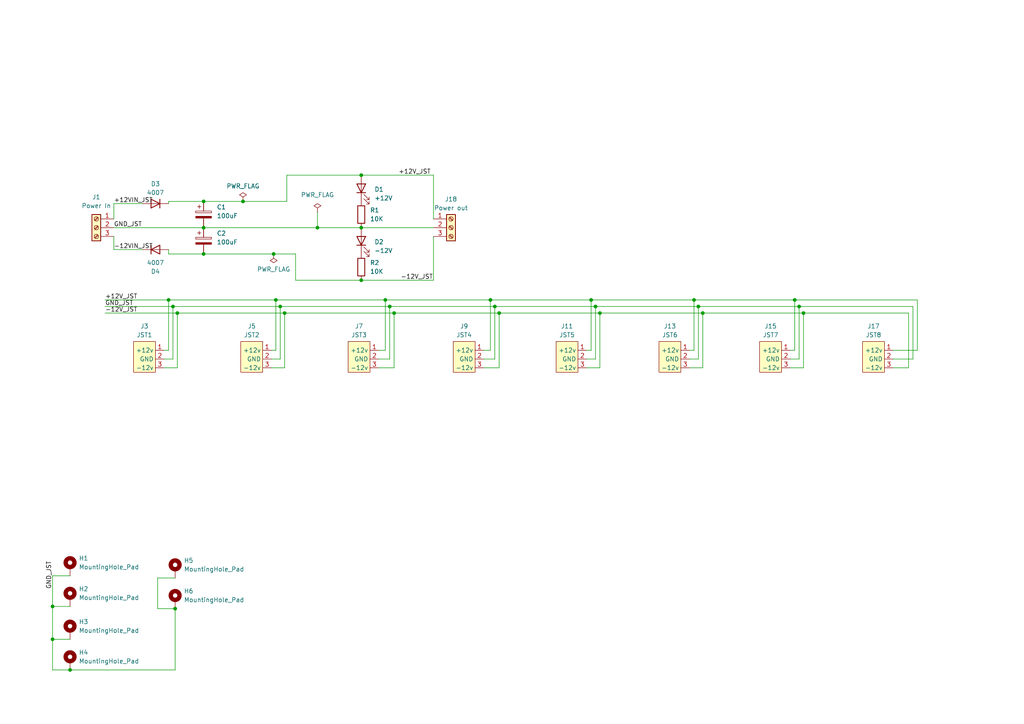
<source format=kicad_sch>
(kicad_sch (version 20230121) (generator eeschema)
  (paper "A4")
  (title_block (title "EuroBusboard8 - JST") (date "2024-01-02") (rev "0.1") (company "DIYSynthMNL"))
  (lib_symbols
    (symbol "Connector:Screw_Terminal_01x03" (pin_names (offset 1.016) hide)
      (property "Reference" "J" (at 0 5.08 0))
      (property "Value" "Screw_Terminal_01x03" (at 0 -5.08 0))
      (symbol "Screw_Terminal_01x03_1_1"
        (rectangle (start -1.27 3.81) (end 1.27 -3.81) (stroke (width 0.254)) (fill (type background)))
        (circle (center 0 -2.54) (radius 0.635) (stroke (width 0.1524)))
        (polyline (pts (xy -0.5334 -2.2098) (xy 0.3302 -3.048)) (stroke (width 0.1524)))
        (polyline (pts (xy -0.5334 0.3302) (xy 0.3302 -0.508)) (stroke (width 0.1524)))
        (polyline (pts (xy -0.5334 2.8702) (xy 0.3302 2.032)) (stroke (width 0.1524)))
        (polyline (pts (xy -0.3556 -2.032) (xy 0.508 -2.8702)) (stroke (width 0.1524)))
        (polyline (pts (xy -0.3556 0.508) (xy 0.508 -0.3302)) (stroke (width 0.1524)))
        (polyline (pts (xy -0.3556 3.048) (xy 0.508 2.2098)) (stroke (width 0.1524)))
        (circle (center 0 0) (radius 0.635) (stroke (width 0.1524)))
        (circle (center 0 2.54) (radius 0.635) (stroke (width 0.1524)))
        (pin passive line (at -5.08 2.54 0) (length 3.81) (name "Pin_1") (number "1"))
        (pin passive line (at -5.08 0 0) (length 3.81) (name "Pin_2") (number "2"))
        (pin passive line (at -5.08 -2.54 0) (length 3.81) (name "Pin_3") (number "3"))
      )
    )
    (symbol "DIYSynthMNL:JST_Eurorack_power_3P"
      (property "Reference" "J" (at -3.81 1.27 0))
      (property "Value" "EuroPower_JST_3P" (at -2.54 -10.16 0))
      (symbol "JST_Eurorack_power_3P_1_1"
        (rectangle (start -6.35 0) (end 0 -8.89) (fill (type background)))
        (pin power_in line (at 2.54 -2.54 180) (length 2.54) (name "+12v") (number "1"))
        (pin power_in line (at 2.54 -5.08 180) (length 2.54) (name "GND") (number "2"))
        (pin power_in line (at 2.54 -7.62 180) (length 2.54) (name "-12v") (number "3"))
      )
    )
    (symbol "Device:C_Polarized" (pin_numbers hide) (pin_names (offset 0.254))
      (property "Reference" "C" (at 0.635 2.54 0))
      (property "Value" "C_Polarized" (at 0.635 -2.54 0))
      (symbol "C_Polarized_0_1"
        (rectangle (start -2.286 0.508) (end 2.286 1.016))
        (polyline (pts (xy -1.778 2.286) (xy -0.762 2.286)))
        (polyline (pts (xy -1.27 2.794) (xy -1.27 1.778)))
        (rectangle (start 2.286 -0.508) (end -2.286 -1.016) (fill (type outline)))
      )
      (symbol "C_Polarized_1_1"
        (pin passive line (at 0 3.81 270) (length 2.794) (name "~") (number "1"))
        (pin passive line (at 0 -3.81 90) (length 2.794) (name "~") (number "2"))
      )
    )
    (symbol "Device:D" (pin_numbers hide) (pin_names (offset 1.016) hide)
      (property "Reference" "D" (at 0 2.54 0))
      (property "Value" "D" (at 0 -2.54 0))
      (symbol "D_0_1"
        (polyline (pts (xy -1.27 1.27) (xy -1.27 -1.27)) (stroke (width 0.254)))
        (polyline (pts (xy 1.27 0) (xy -1.27 0)))
        (polyline (pts (xy 1.27 1.27) (xy 1.27 -1.27) (xy -1.27 0) (xy 1.27 1.27)) (stroke (width 0.254)))
      )
      (symbol "D_1_1"
        (pin passive line (at -3.81 0 0) (length 2.54) (name "K") (number "1"))
        (pin passive line (at 3.81 0 180) (length 2.54) (name "A") (number "2"))
      )
    )
    (symbol "Device:LED" (pin_numbers hide) (pin_names (offset 1.016) hide)
      (property "Reference" "D" (at 0 2.54 0))
      (property "Value" "LED" (at 0 -2.54 0))
      (symbol "LED_0_1"
        (polyline (pts (xy -1.27 -1.27) (xy -1.27 1.27)) (stroke (width 0.254)))
        (polyline (pts (xy -1.27 0) (xy 1.27 0)))
        (polyline (pts (xy 1.27 -1.27) (xy 1.27 1.27) (xy -1.27 0) (xy 1.27 -1.27)) (stroke (width 0.254)))
        (polyline (pts (xy -3.048 -0.762) (xy -4.572 -2.286) (xy -3.81 -2.286) (xy -4.572 -2.286) (xy -4.572 -1.524)))
        (polyline (pts (xy -1.778 -0.762) (xy -3.302 -2.286) (xy -2.54 -2.286) (xy -3.302 -2.286) (xy -3.302 -1.524)))
      )
      (symbol "LED_1_1"
        (pin passive line (at -3.81 0 0) (length 2.54) (name "K") (number "1"))
        (pin passive line (at 3.81 0 180) (length 2.54) (name "A") (number "2"))
      )
    )
    (symbol "Device:R" (pin_numbers hide) (pin_names (offset 0))
      (property "Reference" "R" (at 2.032 0 90))
      (property "Value" "R" (at 0 0 90))
      (symbol "R_0_1"
        (rectangle (start -1.016 -2.54) (end 1.016 2.54) (stroke (width 0.254)))
      )
      (symbol "R_1_1"
        (pin passive line (at 0 3.81 270) (length 1.27) (name "~") (number "1"))
        (pin passive line (at 0 -3.81 90) (length 1.27) (name "~") (number "2"))
      )
    )
    (symbol "JST_Eurorack_power_3P_1"
      (property "Reference" "J" (at -3.81 1.27 0))
      (property "Value" "EuroPower_JST_3P" (at -2.54 -10.16 0))
      (symbol "JST_Eurorack_power_3P_1_1_1"
        (rectangle (start -6.35 0) (end 0 -8.89) (fill (type background)))
        (pin power_in line (at 2.54 -2.54 180) (length 2.54) (name "+12v") (number "1"))
        (pin power_in line (at 2.54 -5.08 180) (length 2.54) (name "GND") (number "2"))
        (pin power_in line (at 2.54 -7.62 180) (length 2.54) (name "-12v") (number "3"))
      )
    )
    (symbol "JST_Eurorack_power_3P_2"
      (property "Reference" "J" (at -3.81 1.27 0))
      (property "Value" "EuroPower_JST_3P" (at -2.54 -10.16 0))
      (symbol "JST_Eurorack_power_3P_2_1_1"
        (rectangle (start -6.35 0) (end 0 -8.89) (fill (type background)))
        (pin power_in line (at 2.54 -2.54 180) (length 2.54) (name "+12v") (number "1"))
        (pin power_in line (at 2.54 -5.08 180) (length 2.54) (name "GND") (number "2"))
        (pin power_in line (at 2.54 -7.62 180) (length 2.54) (name "-12v") (number "3"))
      )
    )
    (symbol "JST_Eurorack_power_3P_3"
      (property "Reference" "J" (at -3.81 1.27 0))
      (property "Value" "EuroPower_JST_3P" (at -2.54 -10.16 0))
      (symbol "JST_Eurorack_power_3P_3_1_1"
        (rectangle (start -6.35 0) (end 0 -8.89) (fill (type background)))
        (pin power_in line (at 2.54 -2.54 180) (length 2.54) (name "+12v") (number "1"))
        (pin power_in line (at 2.54 -5.08 180) (length 2.54) (name "GND") (number "2"))
        (pin power_in line (at 2.54 -7.62 180) (length 2.54) (name "-12v") (number "3"))
      )
    )
    (symbol "JST_Eurorack_power_3P_4"
      (property "Reference" "J" (at -3.81 1.27 0))
      (property "Value" "EuroPower_JST_3P" (at -2.54 -10.16 0))
      (symbol "JST_Eurorack_power_3P_4_1_1"
        (rectangle (start -6.35 0) (end 0 -8.89) (fill (type background)))
        (pin power_in line (at 2.54 -2.54 180) (length 2.54) (name "+12v") (number "1"))
        (pin power_in line (at 2.54 -5.08 180) (length 2.54) (name "GND") (number "2"))
        (pin power_in line (at 2.54 -7.62 180) (length 2.54) (name "-12v") (number "3"))
      )
    )
    (symbol "JST_Eurorack_power_3P_5"
      (property "Reference" "J" (at -3.81 1.27 0))
      (property "Value" "EuroPower_JST_3P" (at -2.54 -10.16 0))
      (symbol "JST_Eurorack_power_3P_5_1_1"
        (rectangle (start -6.35 0) (end 0 -8.89) (fill (type background)))
        (pin power_in line (at 2.54 -2.54 180) (length 2.54) (name "+12v") (number "1"))
        (pin power_in line (at 2.54 -5.08 180) (length 2.54) (name "GND") (number "2"))
        (pin power_in line (at 2.54 -7.62 180) (length 2.54) (name "-12v") (number "3"))
      )
    )
    (symbol "JST_Eurorack_power_3P_6"
      (property "Reference" "J" (at -3.81 1.27 0))
      (property "Value" "EuroPower_JST_3P" (at -2.54 -10.16 0))
      (symbol "JST_Eurorack_power_3P_6_1_1"
        (rectangle (start -6.35 0) (end 0 -8.89) (fill (type background)))
        (pin power_in line (at 2.54 -2.54 180) (length 2.54) (name "+12v") (number "1"))
        (pin power_in line (at 2.54 -5.08 180) (length 2.54) (name "GND") (number "2"))
        (pin power_in line (at 2.54 -7.62 180) (length 2.54) (name "-12v") (number "3"))
      )
    )
    (symbol "JST_Eurorack_power_3P_7"
      (property "Reference" "J" (at -3.81 1.27 0))
      (property "Value" "EuroPower_JST_3P" (at -2.54 -10.16 0))
      (symbol "JST_Eurorack_power_3P_7_1_1"
        (rectangle (start -6.35 0) (end 0 -8.89) (fill (type background)))
        (pin power_in line (at 2.54 -2.54 180) (length 2.54) (name "+12v") (number "1"))
        (pin power_in line (at 2.54 -5.08 180) (length 2.54) (name "GND") (number "2"))
        (pin power_in line (at 2.54 -7.62 180) (length 2.54) (name "-12v") (number "3"))
      )
    )
    (symbol "Mechanical:MountingHole_Pad" (pin_numbers hide) (pin_names (offset 1.016) hide)
      (property "Reference" "H" (at 0 6.35 0))
      (property "Value" "MountingHole_Pad" (at 0 4.445 0))
      (symbol "MountingHole_Pad_0_1"
        (circle (center 0 1.27) (radius 1.27) (stroke (width 1.27)))
      )
      (symbol "MountingHole_Pad_1_1"
        (pin input line (at 0 -2.54 90) (length 2.54) (name "1") (number "1"))
      )
    )
    (symbol "power:PWR_FLAG" (power) (pin_numbers hide) (pin_names (offset 0) hide)
      (property "Value" "PWR_FLAG" (at 0 3.81 0))
      (symbol "PWR_FLAG_0_0"
        (pin power_out line (at 0 0 90) (length 0) (name "pwr") (number "1"))
      )
      (symbol "PWR_FLAG_0_1"
        (polyline (pts (xy 0 0) (xy 0 1.27) (xy -1.016 1.905) (xy 0 2.54) (xy 1.016 1.905) (xy 0 1.27)))
      )
    )
  )
  (junction (at 104.775 50.8))
  (junction (at 104.775 66.04))
  (junction (at 230.505 86.995))
  (junction (at 15.24 175.895))
  (junction (at 171.45 86.995))
  (junction (at 15.24 185.42))
  (junction (at 59.055 73.66))
  (junction (at 111.76 86.995))
  (junction (at 70.485 58.42))
  (junction (at 92.075 66.04))
  (junction (at 104.775 81.28))
  (junction (at 50.8 176.53))
  (junction (at 80.01 86.995))
  (junction (at 143.51 88.9))
  (junction (at 20.32 194.31))
  (junction (at 172.72 88.9))
  (junction (at 51.435 90.805))
  (junction (at 233.045 90.805))
  (junction (at 48.895 86.995))
  (junction (at 203.835 90.805))
  (junction (at 59.055 66.04))
  (junction (at 82.55 90.805))
  (junction (at 50.165 88.9))
  (junction (at 59.055 58.42))
  (junction (at 114.3 90.805))
  (junction (at 144.78 90.805))
  (junction (at 79.375 73.66))
  (junction (at 113.03 88.9))
  (junction (at 202.565 88.9))
  (junction (at 173.99 90.805))
  (junction (at 231.775 88.9))
  (junction (at 142.24 86.995))
  (junction (at 81.28 88.9))
  (junction (at 201.295 86.995))
  (wire (pts (xy 15.24 194.31) (xy 20.32 194.31)))
  (wire (pts (xy 202.565 88.9) (xy 231.775 88.9)))
  (wire (pts (xy 50.165 104.14) (xy 50.165 88.9)))
  (wire (pts (xy 172.72 88.9) (xy 202.565 88.9)))
  (wire (pts (xy 229.235 106.68) (xy 233.045 106.68)))
  (wire (pts (xy 111.76 101.6) (xy 111.76 86.995)))
  (wire (pts (xy 125.73 50.8) (xy 125.73 63.5)))
  (wire (pts (xy 30.48 86.995) (xy 48.895 86.995)))
  (wire (pts (xy 172.72 104.14) (xy 172.72 88.9)))
  (wire (pts (xy 80.01 101.6) (xy 80.01 86.995)))
  (wire (pts (xy 78.74 106.68) (xy 82.55 106.68)))
  (wire (pts (xy 171.45 86.995) (xy 201.295 86.995)))
  (wire (pts (xy 230.505 86.995) (xy 266.065 86.995)))
  (wire (pts (xy 203.835 106.68) (xy 203.835 90.805)))
  (wire (pts (xy 51.435 90.805) (xy 82.55 90.805)))
  (wire (pts (xy 45.72 176.53) (xy 50.8 176.53)))
  (wire (pts (xy 140.335 106.68) (xy 144.78 106.68)))
  (wire (pts (xy 81.28 88.9) (xy 113.03 88.9)))
  (wire (pts (xy 50.8 167.64) (xy 45.72 167.64)))
  (wire (pts (xy 140.335 101.6) (xy 142.24 101.6)))
  (wire (pts (xy 125.73 81.28) (xy 104.775 81.28)))
  (wire (pts (xy 114.3 106.68) (xy 114.3 90.805)))
  (wire (pts (xy 113.03 104.14) (xy 113.03 88.9)))
  (wire (pts (xy 50.8 194.31) (xy 20.32 194.31)))
  (wire (pts (xy 264.795 104.14) (xy 264.795 88.9)))
  (wire (pts (xy 48.895 73.66) (xy 59.055 73.66)))
  (wire (pts (xy 30.48 90.805) (xy 51.435 90.805)))
  (wire (pts (xy 79.375 73.66) (xy 85.725 73.66)))
  (wire (pts (xy 200.025 101.6) (xy 201.295 101.6)))
  (wire (pts (xy 203.835 90.805) (xy 233.045 90.805)))
  (wire (pts (xy 201.295 101.6) (xy 201.295 86.995)))
  (wire (pts (xy 233.045 106.68) (xy 233.045 90.805)))
  (wire (pts (xy 111.76 86.995) (xy 142.24 86.995)))
  (wire (pts (xy 47.625 101.6) (xy 48.895 101.6)))
  (wire (pts (xy 109.855 106.68) (xy 114.3 106.68)))
  (wire (pts (xy 259.08 104.14) (xy 264.795 104.14)))
  (wire (pts (xy 142.24 101.6) (xy 142.24 86.995)))
  (wire (pts (xy 50.165 88.9) (xy 81.28 88.9)))
  (wire (pts (xy 33.02 72.39) (xy 41.275 72.39)))
  (wire (pts (xy 15.24 175.895) (xy 20.32 175.895)))
  (wire (pts (xy 114.3 90.805) (xy 144.78 90.805)))
  (wire (pts (xy 48.895 86.995) (xy 80.01 86.995)))
  (wire (pts (xy 229.235 101.6) (xy 230.505 101.6)))
  (wire (pts (xy 109.855 101.6) (xy 111.76 101.6)))
  (wire (pts (xy 15.24 185.42) (xy 15.24 194.31)))
  (wire (pts (xy 45.72 167.64) (xy 45.72 176.53)))
  (wire (pts (xy 83.185 58.42) (xy 83.185 50.8)))
  (wire (pts (xy 70.485 58.42) (xy 83.185 58.42)))
  (wire (pts (xy 59.055 58.42) (xy 70.485 58.42)))
  (wire (pts (xy 33.02 59.055) (xy 33.02 63.5)))
  (wire (pts (xy 80.01 86.995) (xy 111.76 86.995)))
  (wire (pts (xy 33.02 68.58) (xy 33.02 72.39)))
  (wire (pts (xy 47.625 106.68) (xy 51.435 106.68)))
  (wire (pts (xy 231.775 104.14) (xy 231.775 88.9)))
  (wire (pts (xy 266.065 101.6) (xy 259.08 101.6)))
  (wire (pts (xy 230.505 101.6) (xy 230.505 86.995)))
  (wire (pts (xy 170.18 101.6) (xy 171.45 101.6)))
  (wire (pts (xy 48.895 58.42) (xy 59.055 58.42)))
  (wire (pts (xy 113.03 88.9) (xy 143.51 88.9)))
  (wire (pts (xy 50.8 176.53) (xy 50.8 194.31)))
  (wire (pts (xy 263.525 90.805) (xy 263.525 106.68)))
  (wire (pts (xy 202.565 104.14) (xy 202.565 88.9)))
  (wire (pts (xy 15.24 175.895) (xy 15.24 185.42)))
  (wire (pts (xy 144.78 106.68) (xy 144.78 90.805)))
  (wire (pts (xy 144.78 90.805) (xy 173.99 90.805)))
  (wire (pts (xy 171.45 101.6) (xy 171.45 86.995)))
  (wire (pts (xy 41.275 59.055) (xy 33.02 59.055)))
  (wire (pts (xy 48.895 59.055) (xy 48.895 58.42)))
  (wire (pts (xy 231.775 88.9) (xy 264.795 88.9)))
  (wire (pts (xy 85.725 73.66) (xy 85.725 81.28)))
  (wire (pts (xy 263.525 106.68) (xy 259.08 106.68)))
  (wire (pts (xy 104.775 66.04) (xy 125.73 66.04)))
  (wire (pts (xy 140.335 104.14) (xy 143.51 104.14)))
  (wire (pts (xy 33.02 66.04) (xy 59.055 66.04)))
  (wire (pts (xy 109.855 104.14) (xy 113.03 104.14)))
  (wire (pts (xy 48.895 72.39) (xy 48.895 73.66)))
  (wire (pts (xy 266.065 86.995) (xy 266.065 101.6)))
  (wire (pts (xy 173.99 90.805) (xy 203.835 90.805)))
  (wire (pts (xy 200.025 104.14) (xy 202.565 104.14)))
  (wire (pts (xy 78.74 101.6) (xy 80.01 101.6)))
  (wire (pts (xy 104.775 50.8) (xy 125.73 50.8)))
  (wire (pts (xy 81.28 104.14) (xy 81.28 88.9)))
  (wire (pts (xy 15.24 185.42) (xy 20.32 185.42)))
  (wire (pts (xy 201.295 86.995) (xy 230.505 86.995)))
  (wire (pts (xy 82.55 106.68) (xy 82.55 90.805)))
  (wire (pts (xy 143.51 104.14) (xy 143.51 88.9)))
  (wire (pts (xy 59.055 73.66) (xy 79.375 73.66)))
  (wire (pts (xy 143.51 88.9) (xy 172.72 88.9)))
  (wire (pts (xy 82.55 90.805) (xy 114.3 90.805)))
  (wire (pts (xy 15.24 167.005) (xy 15.24 175.895)))
  (wire (pts (xy 233.045 90.805) (xy 263.525 90.805)))
  (wire (pts (xy 92.075 61.595) (xy 92.075 66.04)))
  (wire (pts (xy 47.625 104.14) (xy 50.165 104.14)))
  (wire (pts (xy 83.185 50.8) (xy 104.775 50.8)))
  (wire (pts (xy 229.235 104.14) (xy 231.775 104.14)))
  (wire (pts (xy 20.32 167.005) (xy 15.24 167.005)))
  (wire (pts (xy 142.24 86.995) (xy 171.45 86.995)))
  (wire (pts (xy 59.055 66.04) (xy 92.075 66.04)))
  (wire (pts (xy 104.775 81.28) (xy 85.725 81.28)))
  (wire (pts (xy 170.18 104.14) (xy 172.72 104.14)))
  (wire (pts (xy 170.18 106.68) (xy 173.99 106.68)))
  (wire (pts (xy 92.075 66.04) (xy 104.775 66.04)))
  (wire (pts (xy 173.99 106.68) (xy 173.99 90.805)))
  (wire (pts (xy 78.74 104.14) (xy 81.28 104.14)))
  (wire (pts (xy 200.025 106.68) (xy 203.835 106.68)))
  (wire (pts (xy 48.895 101.6) (xy 48.895 86.995)))
  (wire (pts (xy 30.48 88.9) (xy 50.165 88.9)))
  (wire (pts (xy 125.73 68.58) (xy 125.73 81.28)))
  (wire (pts (xy 51.435 106.68) (xy 51.435 90.805)))
  (label "+12VIN_JST" (at 33.02 59.055 0))
  (label "GND_JST" (at 15.24 170.815 90))
  (label "GND_JST" (at 30.48 88.9 0))
  (label "+12V_JST" (at 115.57 50.8 0))
  (label "-12V_JST" (at 116.205 81.28 0))
  (label "GND_JST" (at 33.02 66.04 0))
  (label "-12V_JST" (at 30.48 90.805 0))
  (label "-12VIN_JST" (at 33.02 72.39 0))
  (label "+12V_JST" (at 30.48 86.995 0))
  (symbol (lib_name "JST_Eurorack_power_3P_5") (lib_id "DIYSynthMNL:JST_Eurorack_power_3P") (at 107.315 99.06 0) (unit 1)
    (property "Reference" "J7" (at 104.14 94.615 0))
    (property "Value" "JST3" (at 104.14 97.155 0))
    (property "Footprint" "DIYSynthMNL:Eurorack_power_jst_3P" (effects hide))
    (instances (project "EuroBusboard" (path "" (reference "J7") (unit 1)) (path "" (reference "J35") (unit 1))))
  )
  (symbol (lib_id "DIYSynthMNL:JST_Eurorack_power_3P") (at 167.64 99.06 0) (unit 1)
    (property "Reference" "J11" (at 164.465 94.615 0))
    (property "Value" "JST5" (at 164.465 97.155 0))
    (property "Footprint" "DIYSynthMNL:Eurorack_power_jst_3P" (effects hide))
    (instances (project "EuroBusboard" (path "" (reference "J11") (unit 1)) (path "" (reference "J37") (unit 1))))
  )
  (symbol (lib_id "Device:D") (at 45.085 72.39 0) (mirror x) (unit 1)
    (property "Reference" "D4" (at 45.085 78.74 0))
    (property "Value" "4007" (at 45.085 76.2 0))
    (property "Footprint" "DIYSynthMNL:D_DO-41_SOD81_P7.62mm_Horizontal_BigPads" (effects hide))
    (property "Sim.Device" "D" (effects hide))
    (property "Sim.Pins" "1=K 2=A" (effects hide))
    (instances (project "EuroBusboard" (path "" (reference "D4") (unit 1)) (path "" (reference "D8") (unit 1)) (path "" (reference "D10") (unit 1))))
  )
  (symbol (lib_id "Device:R") (at 104.775 62.23 180) (unit 1)
    (property "Reference" "R1" (at 107.315 60.96 0) (effects (justify right)))
    (property "Value" "10K" (at 107.315 63.5 0) (effects (justify right)))
    (property "Footprint" "DIYSynthMNL:R_quarter_watt_L6.3mm_D2.5mm_P7.62mm" (effects hide))
    (instances (project "EuroBusboard" (path "" (reference "R1") (unit 1)) (path "" (reference "R3") (unit 1)) (path "" (reference "R5") (unit 1))))
  )
  (symbol (lib_id "Mechanical:MountingHole_Pad") (at 50.8 173.99 0) (unit 1)
    (property "Reference" "H6" (at 53.34 171.45 0) (effects (justify left)))
    (property "Value" "MountingHole_Pad" (at 53.34 173.99 0) (effects (justify left)))
    (property "Footprint" "DIYSynthMNL:MountingHole_M3_Standoff_Pad" (effects hide))
    (instances (project "EuroBusboard" (path "" (reference "H6") (unit 1)) (path "" (reference "H10") (unit 1)) (path "" (reference "H16") (unit 1))))
  )
  (symbol (lib_id "Device:D") (at 45.085 59.055 180) (unit 1)
    (property "Reference" "D3" (at 45.085 53.34 0))
    (property "Value" "4007" (at 45.085 55.88 0))
    (property "Footprint" "DIYSynthMNL:D_DO-41_SOD81_P7.62mm_Horizontal_BigPads" (effects hide))
    (property "Sim.Device" "D" (effects hide))
    (property "Sim.Pins" "1=K 2=A" (effects hide))
    (instances (project "EuroBusboard" (path "" (reference "D3") (unit 1)) (path "" (reference "D7") (unit 1)) (path "" (reference "D9") (unit 1))))
  )
  (symbol (lib_name "JST_Eurorack_power_3P_3") (lib_id "DIYSynthMNL:JST_Eurorack_power_3P") (at 76.2 99.06 0) (unit 1)
    (property "Reference" "J5" (at 73.025 94.615 0))
    (property "Value" "JST2" (at 73.025 97.155 0))
    (property "Footprint" "DIYSynthMNL:Eurorack_power_jst_3P" (effects hide))
    (instances (project "EuroBusboard" (path "" (reference "J5") (unit 1)) (path "" (reference "J34") (unit 1))))
  )
  (symbol (lib_id "Device:LED") (at 104.775 54.61 90) (unit 1)
    (property "Reference" "D1" (at 108.585 54.9275 90) (effects (justify right)))
    (property "Value" "+12V" (at 108.585 57.4675 90) (effects (justify right)))
    (property "Footprint" "DIYSynthMNL:LED_D5.0mm_BigPads" (effects hide))
    (instances (project "EuroBusboard" (path "" (reference "D1") (unit 1)) (path "" (reference "D5") (unit 1)) (path "" (reference "D11") (unit 1))))
  )
  (symbol (lib_id "power:PWR_FLAG") (at 92.075 61.595 0) (unit 1)
    (property "Reference" "#FLG02" (effects hide))
    (property "Value" "PWR_FLAG" (at 92.075 56.515 0))
    (instances (project "EuroBusboard" (path "" (reference "#FLG02") (unit 1)) (path "" (reference "#FLG05") (unit 1)) (path "" (reference "#FLG08") (unit 1))))
  )
  (symbol (lib_id "Mechanical:MountingHole_Pad") (at 20.32 191.77 0) (unit 1)
    (property "Reference" "H4" (at 22.86 189.23 0) (effects (justify left)))
    (property "Value" "MountingHole_Pad" (at 22.86 191.77 0) (effects (justify left)))
    (property "Footprint" "DIYSynthMNL:MountingHole_M3_Standoff_Pad" (effects hide))
    (instances (project "EuroBusboard" (path "" (reference "H4") (unit 1)) (path "" (reference "H12") (unit 1)) (path "" (reference "H18") (unit 1))))
  )
  (symbol (lib_name "JST_Eurorack_power_3P_7") (lib_id "DIYSynthMNL:JST_Eurorack_power_3P") (at 226.695 99.06 0) (unit 1)
    (property "Reference" "J15" (at 223.52 94.615 0))
    (property "Value" "JST7" (at 223.52 97.155 0))
    (property "Footprint" "DIYSynthMNL:Eurorack_power_jst_3P" (effects hide))
    (instances (project "EuroBusboard" (path "" (reference "J15") (unit 1)) (path "" (reference "J39") (unit 1))))
  )
  (symbol (lib_name "JST_Eurorack_power_3P_2") (lib_id "DIYSynthMNL:JST_Eurorack_power_3P") (at 256.54 99.06 0) (unit 1)
    (property "Reference" "J17" (at 253.365 94.615 0))
    (property "Value" "JST8" (at 253.365 97.155 0))
    (property "Footprint" "DIYSynthMNL:Eurorack_power_jst_3P" (effects hide))
    (instances (project "EuroBusboard" (path "" (reference "J17") (unit 1)) (path "" (reference "J40") (unit 1))))
  )
  (symbol (lib_id "Device:R") (at 104.775 77.47 180) (unit 1)
    (property "Reference" "R2" (at 107.315 76.2 0) (effects (justify right)))
    (property "Value" "10K" (at 107.315 78.74 0) (effects (justify right)))
    (property "Footprint" "DIYSynthMNL:R_quarter_watt_L6.3mm_D2.5mm_P7.62mm" (effects hide))
    (instances (project "EuroBusboard" (path "" (reference "R2") (unit 1)) (path "" (reference "R4") (unit 1)) (path "" (reference "R6") (unit 1))))
  )
  (symbol (lib_name "JST_Eurorack_power_3P_6") (lib_id "DIYSynthMNL:JST_Eurorack_power_3P") (at 45.085 99.06 0) (unit 1)
    (property "Reference" "J3" (at 41.91 94.615 0))
    (property "Value" "JST1" (at 41.91 97.155 0))
    (property "Footprint" "DIYSynthMNL:Eurorack_power_jst_3P" (effects hide))
    (instances (project "EuroBusboard" (path "" (reference "J3") (unit 1)) (path "" (reference "J33") (unit 1))))
  )
  (symbol (lib_id "Device:C_Polarized") (at 59.055 69.85 0) (unit 1)
    (property "Reference" "C2" (at 62.865 67.691 0) (effects (justify left)))
    (property "Value" "100uF" (at 62.865 70.231 0) (effects (justify left)))
    (property "Footprint" "Capacitor_THT:CP_Radial_D8.0mm_P3.50mm" (effects hide))
    (instances (project "EuroBusboard" (path "" (reference "C2") (unit 1)) (path "" (reference "C4") (unit 1)) (path "" (reference "C6") (unit 1))))
  )
  (symbol (lib_id "Mechanical:MountingHole_Pad") (at 20.32 173.355 0) (unit 1)
    (property "Reference" "H2" (at 22.86 170.815 0) (effects (justify left)))
    (property "Value" "MountingHole_Pad" (at 22.86 173.355 0) (effects (justify left)))
    (property "Footprint" "DIYSynthMNL:MountingHole_M3_Standoff_Pad" (effects hide))
    (instances (project "EuroBusboard" (path "" (reference "H2") (unit 1)) (path "" (reference "H9") (unit 1)) (path "" (reference "H15") (unit 1))))
  )
  (symbol (lib_id "power:PWR_FLAG") (at 70.485 58.42 0) (unit 1)
    (property "Reference" "#FLG01" (effects hide))
    (property "Value" "PWR_FLAG" (at 70.485 53.975 0))
    (instances (project "EuroBusboard" (path "" (reference "#FLG01") (unit 1)) (path "" (reference "#FLG04") (unit 1)) (path "" (reference "#FLG07") (unit 1))))
  )
  (symbol (lib_id "Mechanical:MountingHole_Pad") (at 20.32 182.88 0) (unit 1)
    (property "Reference" "H3" (at 22.86 180.34 0) (effects (justify left)))
    (property "Value" "MountingHole_Pad" (at 22.86 182.88 0) (effects (justify left)))
    (property "Footprint" "DIYSynthMNL:MountingHole_M3_Standoff_Pad" (effects hide))
    (instances (project "EuroBusboard" (path "" (reference "H3") (unit 1)) (path "" (reference "H11") (unit 1)) (path "" (reference "H17") (unit 1))))
  )
  (symbol (lib_id "Mechanical:MountingHole_Pad") (at 20.32 164.465 0) (unit 1)
    (property "Reference" "H1" (at 22.86 161.925 0) (effects (justify left)))
    (property "Value" "MountingHole_Pad" (at 22.86 164.465 0) (effects (justify left)))
    (property "Footprint" "DIYSynthMNL:MountingHole_M3_Standoff_Pad" (effects hide))
    (instances (project "EuroBusboard" (path "" (reference "H1") (unit 1)) (path "" (reference "H7") (unit 1)) (path "" (reference "H13") (unit 1))))
  )
  (symbol (lib_id "Connector:Screw_Terminal_01x03") (at 27.94 66.04 0) (mirror y) (unit 1)
    (property "Reference" "J1" (at 27.94 57.15 0))
    (property "Value" "Power In" (at 27.94 59.69 0))
    (property "Footprint" "DIYSynthMNL:TerminalBlock_MetzConnect_Type101_RT01603HBWC_1x03_P5.08mm_Horizontal" (effects hide))
    (instances (project "EuroBusboard" (path "" (reference "J1") (unit 1)) (path "" (reference "J31") (unit 1)) (path "" (reference "J41") (unit 1))))
  )
  (symbol (lib_id "power:PWR_FLAG") (at 79.375 73.66 180) (unit 1)
    (property "Reference" "#FLG03" (effects hide))
    (property "Value" "PWR_FLAG" (at 79.375 78.105 0))
    (instances (project "EuroBusboard" (path "" (reference "#FLG03") (unit 1)) (path "" (reference "#FLG06") (unit 1)) (path "" (reference "#FLG09") (unit 1))))
  )
  (symbol (lib_name "JST_Eurorack_power_3P_4") (lib_id "DIYSynthMNL:JST_Eurorack_power_3P") (at 197.485 99.06 0) (unit 1)
    (property "Reference" "J13" (at 194.31 94.615 0))
    (property "Value" "JST6" (at 194.31 97.155 0))
    (property "Footprint" "DIYSynthMNL:Eurorack_power_jst_3P" (effects hide))
    (instances (project "EuroBusboard" (path "" (reference "J13") (unit 1)) (path "" (reference "J38") (unit 1))))
  )
  (symbol (lib_id "Device:LED") (at 104.775 69.85 90) (unit 1)
    (property "Reference" "D2" (at 108.585 70.1675 90) (effects (justify right)))
    (property "Value" "-12V" (at 108.585 72.7075 90) (effects (justify right)))
    (property "Footprint" "DIYSynthMNL:LED_D5.0mm_BigPads" (effects hide))
    (instances (project "EuroBusboard" (path "" (reference "D2") (unit 1)) (path "" (reference "D6") (unit 1)) (path "" (reference "D12") (unit 1))))
  )
  (symbol (lib_id "Connector:Screw_Terminal_01x03") (at 130.81 66.04 0) (unit 1)
    (property "Reference" "J18" (at 130.81 57.785 0))
    (property "Value" "Power out" (at 130.81 60.325 0))
    (property "Footprint" "DIYSynthMNL:TerminalBlock_MetzConnect_Type101_RT01603HBWC_1x03_P5.08mm_Horizontal" (effects hide))
    (instances (project "EuroBusboard" (path "" (reference "J18") (unit 1)) (path "" (reference "J32") (unit 1)) (path "" (reference "J42") (unit 1))))
  )
  (symbol (lib_id "Mechanical:MountingHole_Pad") (at 50.8 165.1 0) (unit 1)
    (property "Reference" "H5" (at 53.34 162.56 0) (effects (justify left)))
    (property "Value" "MountingHole_Pad" (at 53.34 165.1 0) (effects (justify left)))
    (property "Footprint" "DIYSynthMNL:MountingHole_M3_Standoff_Pad" (effects hide))
    (instances (project "EuroBusboard" (path "" (reference "H5") (unit 1)) (path "" (reference "H8") (unit 1)) (path "" (reference "H14") (unit 1))))
  )
  (symbol (lib_name "JST_Eurorack_power_3P_1") (lib_id "DIYSynthMNL:JST_Eurorack_power_3P") (at 137.795 99.06 0) (unit 1)
    (property "Reference" "J9" (at 134.62 94.615 0))
    (property "Value" "JST4" (at 134.62 97.155 0))
    (property "Footprint" "DIYSynthMNL:Eurorack_power_jst_3P" (effects hide))
    (instances (project "EuroBusboard" (path "" (reference "J9") (unit 1)) (path "" (reference "J36") (unit 1))))
  )
  (symbol (lib_id "Device:C_Polarized") (at 59.055 62.23 0) (unit 1)
    (property "Reference" "C1" (at 62.865 60.071 0) (effects (justify left)))
    (property "Value" "100uF" (at 62.865 62.611 0) (effects (justify left)))
    (property "Footprint" "Capacitor_THT:CP_Radial_D8.0mm_P3.50mm" (effects hide))
    (instances (project "EuroBusboard" (path "" (reference "C1") (unit 1)) (path "" (reference "C3") (unit 1)) (path "" (reference "C5") (unit 1))))
  )
)
</source>
